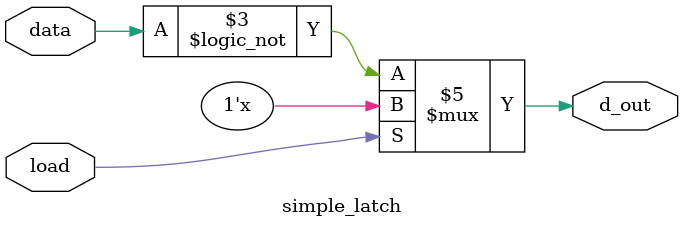
<source format=v>
module simple_latch(
input data,load,
output reg d_out);

reg t;
always@(load or data)
begin 
if(!load)
begin
t = data;
d_out = !t;
end 

end

endmodule

</source>
